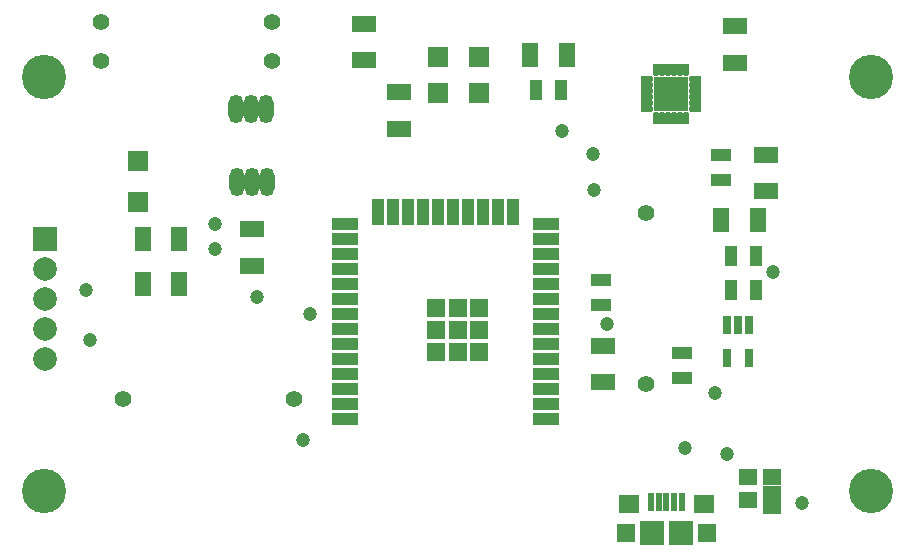
<source format=gts>
G04 ================== begin FILE IDENTIFICATION RECORD ==================*
G04 Layout Name:  E:/FACOMSA/allegro/TFG_RECEIVER_0V5.brd*
G04 Film Name:    PCB_ReceiverSoldermaskTOP*
G04 File Format:  Gerber RS274X*
G04 File Origin:  Cadence Allegro 17.0-S002*
G04 Origin Date:  Mon Mar 27 20:28:53 2023*
G04 *
G04 Layer:  VIA CLASS/SOLDERMASK_TOP*
G04 Layer:  BOARD GEOMETRY/SOLDERMASK_TOP*
G04 Layer:  PACKAGE GEOMETRY/SOLDERMASK_TOP*
G04 Layer:  PIN/SOLDERMASK_TOP*
G04 *
G04 Offset:    (0.0000 0.0000)*
G04 Mirror:    No*
G04 Mode:      Positive*
G04 Rotation:  0*
G04 FullContactRelief:  No*
G04 UndefLineWidth:     0.0000*
G04 ================== end FILE IDENTIFICATION RECORD ====================*
%FSAX34Y34*MOMM*%
%IR0*IPPOS*OFA0.00000B0.00000*MIA0B0*SFA1.00000B1.00000*%
%ADD27R,.6X1.55*%
%ADD35R,.8X1.55*%
%AMMACRO31*
4,1,21,.55,-.24,
.55,.24,
-.31,.24,
-.351676,.236354,
-.392085,.225526,
-.43,.207846,
-.464269,.183851,
-.493851,.154269,
-.517846,.12,
-.535526,.082085,
-.546354,.041676,
-.55,0.0,
-.546354,-.041676,
-.535526,-.082085,
-.517846,-.12,
-.493851,-.154269,
-.464269,-.183851,
-.43,-.207846,
-.392085,-.225526,
-.351676,-.236354,
-.31,-.24,
.55,-.24,
0.0*
%
%ADD31MACRO31*%
%AMMACRO28*
4,1,21,-.24,-.55,
.24,-.55,
.24,.31,
.236354,.351676,
.225526,.392085,
.207846,.43,
.183851,.464269,
.154269,.493851,
.12,.517846,
.082085,.535526,
.041676,.546354,
0.0,.55,
-.041676,.546354,
-.082085,.535526,
-.12,.517846,
-.154269,.493851,
-.183851,.464269,
-.207846,.43,
-.225526,.392085,
-.236354,.351676,
-.24,.31,
-.24,-.55,
0.0*
%
%ADD28MACRO28*%
%ADD26R,2.1X2.1*%
%ADD20R,1.1X2.2*%
%ADD19R,2.2X1.1*%
%ADD17O,1.3X2.4*%
%ADD18R,2.1X1.4*%
%ADD15R,1.4X2.1*%
%ADD25R,1.8X1.1*%
%ADD22R,1.1X1.8*%
%ADD11C,2.*%
%ADD24R,1.8X1.6*%
%ADD12C,1.2*%
%ADD23R,1.65X1.5*%
%ADD21R,1.53X1.53*%
%ADD14C,1.4*%
%ADD13R,2.X2.*%
%ADD16R,1.7X1.7*%
%ADD10C,3.75*%
%AMMACRO30*
4,1,21,-.55,.24,
-.55,-.24,
.31,-.24,
.351676,-.236354,
.392085,-.225526,
.43,-.207846,
.464269,-.183851,
.493851,-.154269,
.517846,-.12,
.535526,-.082085,
.546354,-.041676,
.55,0.0,
.546354,.041676,
.535526,.082085,
.517846,.12,
.493851,.154269,
.464269,.183851,
.43,.207846,
.392085,.225526,
.351676,.236354,
.31,.24,
-.55,.24,
0.0*
%
%ADD30MACRO30*%
%AMMACRO29*
4,1,21,.24,.55,
-.24,.55,
-.24,-.31,
-.236354,-.351676,
-.225526,-.392085,
-.207846,-.43,
-.183851,-.464269,
-.154269,-.493851,
-.12,-.517846,
-.082085,-.535526,
-.041676,-.546354,
0.0,-.55,
.041676,-.546354,
.082085,-.535526,
.12,-.517846,
.154269,-.493851,
.183851,-.464269,
.207846,-.43,
.225526,-.392085,
.236354,-.351676,
.24,-.31,
.24,.55,
0.0*
%
%ADD29MACRO29*%
%ADD32R,2.9X2.9*%
%ADD34R,1.6256X1.3208*%
%ADD33R,1.6256X2.3368*%
%LPD*%
G75*
G54D10*
X0150000Y0084000D03*
Y0434000D03*
X0850000Y0084000D03*
Y0434000D03*
G54D11*
X0151000Y0195200D03*
Y0220600D03*
Y0246000D03*
Y0271400D03*
G54D20*
X0433048Y0320181D03*
X0445748D03*
X0458448D03*
X0471148D03*
X0483848D03*
X0496548D03*
X0509248D03*
X0521948D03*
X0534648D03*
X0547348D03*
G54D30*
X0660500Y0407500D03*
Y0412500D03*
Y0417500D03*
Y0422500D03*
Y0427500D03*
Y0432500D03*
G54D21*
X0481848Y0238431D03*
X0500198D03*
X0481848Y0220081D03*
X0500198D03*
X0481848Y0201731D03*
X0500198D03*
X0518548Y0238431D03*
Y0220081D03*
Y0201731D03*
G54D12*
X0189000Y0212000D03*
X0186000Y0254000D03*
X0295000Y0310000D03*
Y0289000D03*
X0369000Y0127000D03*
X0330000Y0248000D03*
X0375000Y0234000D03*
X0627000Y0225000D03*
X0616000Y0339000D03*
X0615000Y0369000D03*
X0589000Y0389000D03*
X0693000Y0120000D03*
X0728000Y0115000D03*
X0718000Y0167000D03*
X0767000Y0269000D03*
X0792000Y0074000D03*
G54D13*
X0151000Y0296800D03*
G54D22*
X0566500Y0423000D03*
X0587500D03*
X0731500Y0254000D03*
X0752500D03*
X0731500Y0283000D03*
X0752500D03*
G54D31*
X0701500Y0432500D03*
Y0427500D03*
Y0422500D03*
Y0417500D03*
Y0412500D03*
Y0407500D03*
G54D32*
X0681000Y0420000D03*
G54D14*
X0217000Y0162000D03*
X0198000Y0448000D03*
Y0481000D03*
X0362000Y0162000D03*
X0343000Y0448000D03*
Y0481000D03*
X0660000Y0174000D03*
Y0319000D03*
G54D23*
X0642750Y0048000D03*
X0711250D03*
G54D33*
X0766160Y0076348D03*
G54D24*
X0645000Y0072500D03*
X0709000D03*
G54D15*
X0233500Y0259000D03*
Y0297000D03*
X0264500Y0259000D03*
Y0297000D03*
X0561500Y0453000D03*
X0592500D03*
X0754500Y0313000D03*
X0723500D03*
G54D34*
X0745840Y0076348D03*
Y0095652D03*
X0766160D03*
G54D16*
X0230000Y0363500D03*
Y0328500D03*
X0518500Y0421000D03*
X0483500D03*
X0518500Y0451000D03*
X0483500D03*
G54D25*
X0622000Y0241500D03*
Y0262500D03*
X0690000Y0179500D03*
Y0200500D03*
X0723000Y0347500D03*
Y0368500D03*
G54D17*
X0313300Y0345120D03*
X0312300Y0407120D03*
X0326000Y0345120D03*
X0338700D03*
X0325000Y0407120D03*
X0337700D03*
G54D26*
X0689000Y0048000D03*
X0665000D03*
G54D35*
X0747021Y0196620D03*
X0728021D03*
Y0224620D03*
X0737521D03*
X0747021D03*
G54D18*
X0326000Y0274500D03*
Y0305500D03*
X0421000Y0448500D03*
X0451000Y0421500D03*
Y0390500D03*
X0421000Y0479500D03*
X0622928Y0175908D03*
Y0206908D03*
X0761400Y0337400D03*
Y0368400D03*
X0735000Y0446500D03*
Y0477500D03*
G54D27*
X0690000Y0074750D03*
X0683500D03*
X0677000D03*
X0670500D03*
X0664000D03*
G54D19*
X0405198Y0145081D03*
Y0157781D03*
Y0170481D03*
Y0183181D03*
Y0195881D03*
Y0208581D03*
Y0221281D03*
Y0233981D03*
Y0246681D03*
Y0259381D03*
Y0272081D03*
Y0284781D03*
Y0297481D03*
Y0310181D03*
X0575198Y0183181D03*
Y0170481D03*
Y0157781D03*
Y0145081D03*
Y0246681D03*
Y0233981D03*
Y0221281D03*
Y0208581D03*
Y0195881D03*
Y0310181D03*
Y0297481D03*
Y0284781D03*
Y0272081D03*
Y0259381D03*
G54D28*
X0693500Y0399500D03*
X0688500D03*
X0683500D03*
X0678500D03*
X0673500D03*
X0668500D03*
G54D29*
Y0440500D03*
X0673500D03*
X0678500D03*
X0683500D03*
X0688500D03*
X0693500D03*
M02*

</source>
